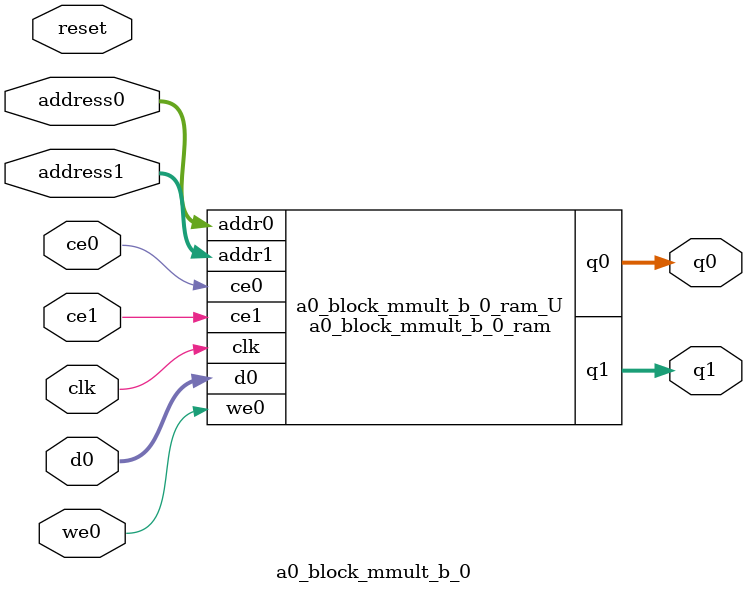
<source format=v>
`timescale 1 ns / 1 ps
module a0_block_mmult_b_0_ram (addr0, ce0, d0, we0, q0, addr1, ce1, q1,  clk);

parameter DWIDTH = 32;
parameter AWIDTH = 12;
parameter MEM_SIZE = 4096;

input[AWIDTH-1:0] addr0;
input ce0;
input[DWIDTH-1:0] d0;
input we0;
output reg[DWIDTH-1:0] q0;
input[AWIDTH-1:0] addr1;
input ce1;
output reg[DWIDTH-1:0] q1;
input clk;

(* ram_style = "block" *)reg [DWIDTH-1:0] ram[0:MEM_SIZE-1];




always @(posedge clk)  
begin 
    if (ce0) 
    begin
        if (we0) 
        begin 
            ram[addr0] <= d0; 
        end 
        q0 <= ram[addr0];
    end
end


always @(posedge clk)  
begin 
    if (ce1) 
    begin
        q1 <= ram[addr1];
    end
end


endmodule

`timescale 1 ns / 1 ps
module a0_block_mmult_b_0(
    reset,
    clk,
    address0,
    ce0,
    we0,
    d0,
    q0,
    address1,
    ce1,
    q1);

parameter DataWidth = 32'd32;
parameter AddressRange = 32'd4096;
parameter AddressWidth = 32'd12;
input reset;
input clk;
input[AddressWidth - 1:0] address0;
input ce0;
input we0;
input[DataWidth - 1:0] d0;
output[DataWidth - 1:0] q0;
input[AddressWidth - 1:0] address1;
input ce1;
output[DataWidth - 1:0] q1;



a0_block_mmult_b_0_ram a0_block_mmult_b_0_ram_U(
    .clk( clk ),
    .addr0( address0 ),
    .ce0( ce0 ),
    .we0( we0 ),
    .d0( d0 ),
    .q0( q0 ),
    .addr1( address1 ),
    .ce1( ce1 ),
    .q1( q1 ));

endmodule


</source>
